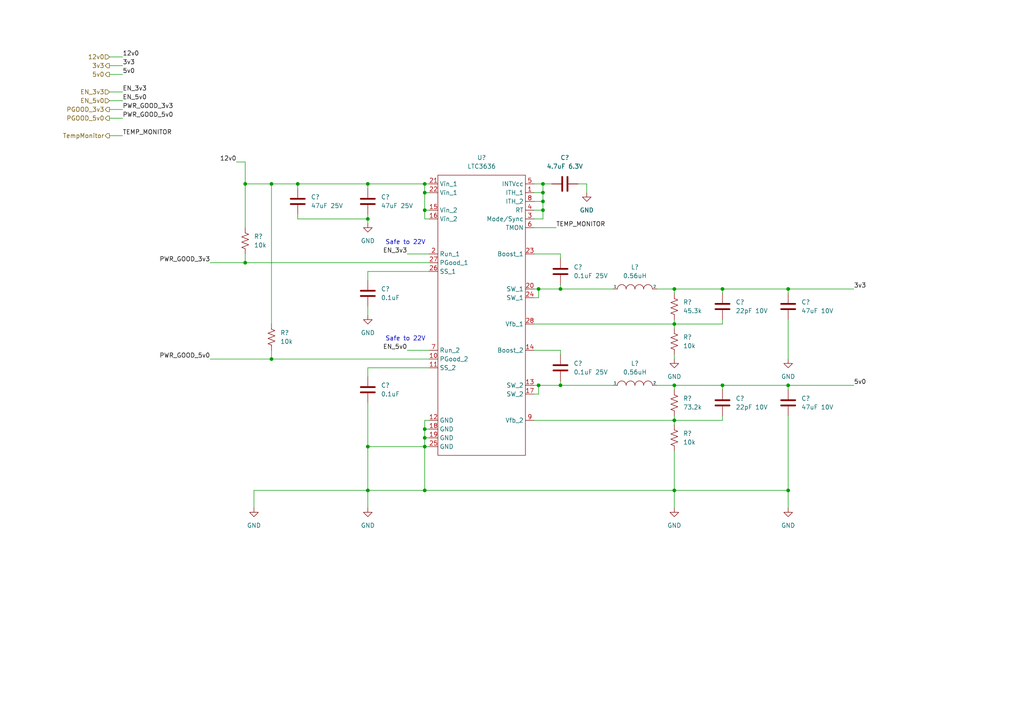
<source format=kicad_sch>
(kicad_sch (version 20210621) (generator eeschema)
  (paper "A4")
  (lib_symbols
    (symbol "Device:C" (pin_numbers hide) (pin_names (offset 0.254))
      (property "Reference" "C" (at 0.635 2.54 0))
      (property "Value" "C" (at 0.635 -2.54 0))
      (symbol "C_0_1"
        (polyline (pts (xy -2.032 -0.762) (xy 2.032 -0.762)) (stroke (width 0.508)))
        (polyline (pts (xy -2.032 0.762) (xy 2.032 0.762)) (stroke (width 0.508)))
      )
      (symbol "C_1_1"
        (pin passive line (at 0 3.81 270) (length 2.794) (name "~") (number "1"))
        (pin passive line (at 0 -3.81 90) (length 2.794) (name "~") (number "2"))
      )
    )
    (symbol "Device:R_US" (pin_numbers hide) (pin_names (offset 0))
      (property "Reference" "R" (at 2.54 0 90))
      (property "Value" "R_US" (at -2.54 0 90))
      (symbol "R_US_0_1"
        (polyline (pts (xy 0 -2.286) (xy 0 -2.54)))
        (polyline (pts (xy 0 2.286) (xy 0 2.54)))
        (polyline (pts (xy 0 -0.762) (xy 1.016 -1.143) (xy 0 -1.524) (xy -1.016 -1.905) (xy 0 -2.286)))
        (polyline (pts (xy 0 0.762) (xy 1.016 0.381) (xy 0 0) (xy -1.016 -0.381) (xy 0 -0.762)))
        (polyline (pts (xy 0 2.286) (xy 1.016 1.905) (xy 0 1.524) (xy -1.016 1.143) (xy 0 0.762)))
      )
      (symbol "R_US_1_1"
        (pin passive line (at 0 3.81 270) (length 1.27) (name "~") (number "1"))
        (pin passive line (at 0 -3.81 90) (length 1.27) (name "~") (number "2"))
      )
    )
    (symbol "ltc_regulators:LTC3636"
      (property "Reference" "U" (at -11.43 -41.91 0))
      (property "Value" "LTC3636" (at 0 41.91 0))
      (symbol "LTC3636_0_1"
        (rectangle (start -12.7 40.64) (end 12.7 -40.64) (stroke (width 0.1524)))
      )
      (symbol "LTC3636_1_1"
        (pin bidirectional line (at 15.24 35.56 180) (length 2.54) (name "ITH_1") (number "1"))
        (pin input line (at -15.24 -12.7 0) (length 2.54) (name "PGood_2") (number "10"))
        (pin input line (at -15.24 -15.24 0) (length 2.54) (name "SS_2") (number "11"))
        (pin power_in line (at -15.24 -30.48 0) (length 2.54) (name "GND") (number "12"))
        (pin power_out line (at 15.24 -20.32 180) (length 2.54) (name "SW_2") (number "13"))
        (pin bidirectional line (at 15.24 -10.16 180) (length 2.54) (name "Boost_2") (number "14"))
        (pin power_in line (at -15.24 30.48 0) (length 2.54) (name "Vin_2") (number "15"))
        (pin power_in line (at -15.24 27.94 0) (length 2.54) (name "Vin_2") (number "16"))
        (pin power_out line (at 15.24 -22.86 180) (length 2.54) (name "SW_2") (number "17"))
        (pin power_in line (at -15.24 -33.02 0) (length 2.54) (name "GND") (number "18"))
        (pin power_in line (at -15.24 -35.56 0) (length 2.54) (name "GND") (number "19"))
        (pin input line (at -15.24 17.78 0) (length 2.54) (name "Run_1") (number "2"))
        (pin power_out line (at 15.24 7.62 180) (length 2.54) (name "SW_1") (number "20"))
        (pin power_in line (at -15.24 38.1 0) (length 2.54) (name "Vin_1") (number "21"))
        (pin power_in line (at -15.24 35.56 0) (length 2.54) (name "Vin_1") (number "22"))
        (pin bidirectional line (at 15.24 17.78 180) (length 2.54) (name "Boost_1") (number "23"))
        (pin power_out line (at 15.24 5.08 180) (length 2.54) (name "SW_1") (number "24"))
        (pin power_in line (at -15.24 -38.1 0) (length 2.54) (name "GND") (number "25"))
        (pin input line (at -15.24 12.7 0) (length 2.54) (name "SS_1") (number "26"))
        (pin input line (at -15.24 15.24 0) (length 2.54) (name "PGood_1") (number "27"))
        (pin input line (at 15.24 -2.54 180) (length 2.54) (name "Vfb_1") (number "28"))
        (pin input line (at 15.24 27.94 180) (length 2.54) (name "Mode/Sync") (number "3"))
        (pin input line (at 15.24 30.48 180) (length 2.54) (name "RT") (number "4"))
        (pin power_out line (at 15.24 38.1 180) (length 2.54) (name "INTVcc") (number "5"))
        (pin output line (at 15.24 25.4 180) (length 2.54) (name "TMON") (number "6"))
        (pin input line (at -15.24 -10.16 0) (length 2.54) (name "Run_2") (number "7"))
        (pin bidirectional line (at 15.24 33.02 180) (length 2.54) (name "ITH_2") (number "8"))
        (pin output line (at 15.24 -30.48 180) (length 2.54) (name "Vfb_2") (number "9"))
      )
    )
    (symbol "power:GND" (power) (pin_names (offset 0))
      (property "Value" "GND" (at 0 -3.81 0))
      (symbol "GND_0_1"
        (polyline (pts (xy 0 0) (xy 0 -1.27) (xy 1.27 -1.27) (xy 0 -2.54) (xy -1.27 -1.27) (xy 0 -1.27)))
      )
      (symbol "GND_1_1"
        (pin power_in line (at 0 0 270) (length 0) hide (name "GND") (number "1"))
      )
    )
    (symbol "pspice:INDUCTOR" (pin_numbers hide) (pin_names (offset 0))
      (property "Reference" "L" (at 0 2.54 0))
      (property "Value" "INDUCTOR" (at 0 -1.27 0))
      (symbol "INDUCTOR_0_1"
        (arc (start -2.54 0) (end -5.08 0) (radius (at -3.81 0) (length 1.27) (angles 0.1 179.9)))
        (arc (start 0 0) (end -2.54 0) (radius (at -1.27 0) (length 1.27) (angles 0.1 179.9)))
        (arc (start 2.54 0) (end 0 0) (radius (at 1.27 0) (length 1.27) (angles 0.1 179.9)))
        (arc (start 5.08 0) (end 2.54 0) (radius (at 3.81 0) (length 1.27) (angles 0.1 179.9)))
      )
      (symbol "INDUCTOR_1_1"
        (pin input line (at -6.35 0 0) (length 1.27) (name "1") (number "1"))
        (pin input line (at 6.35 0 180) (length 1.27) (name "2") (number "2"))
      )
    )
  )
  (junction (at 71.12 53.34) (diameter 0.9144))
  (junction (at 71.12 76.2) (diameter 0.9144))
  (junction (at 78.74 53.34) (diameter 0.9144))
  (junction (at 78.74 104.14) (diameter 0.9144))
  (junction (at 86.36 53.34) (diameter 0.9144))
  (junction (at 106.68 53.34) (diameter 0.9144))
  (junction (at 106.68 63.5) (diameter 0.9144))
  (junction (at 106.68 129.54) (diameter 0.9144))
  (junction (at 106.68 142.24) (diameter 0.9144))
  (junction (at 123.19 53.34) (diameter 0.9144))
  (junction (at 123.19 55.88) (diameter 0.9144))
  (junction (at 123.19 60.96) (diameter 0.9144))
  (junction (at 123.19 124.46) (diameter 0.9144))
  (junction (at 123.19 127) (diameter 0.9144))
  (junction (at 123.19 129.54) (diameter 0.9144))
  (junction (at 123.19 142.24) (diameter 0.9144))
  (junction (at 156.21 83.82) (diameter 0.9144))
  (junction (at 156.21 111.76) (diameter 0.9144))
  (junction (at 157.48 53.34) (diameter 0.9144))
  (junction (at 157.48 55.88) (diameter 0.9144))
  (junction (at 157.48 58.42) (diameter 0.9144))
  (junction (at 157.48 60.96) (diameter 0.9144))
  (junction (at 162.56 83.82) (diameter 0.9144))
  (junction (at 162.56 111.76) (diameter 0.9144))
  (junction (at 195.58 83.82) (diameter 0.9144))
  (junction (at 195.58 93.98) (diameter 0.9144))
  (junction (at 195.58 111.76) (diameter 0.9144))
  (junction (at 195.58 121.92) (diameter 0.9144))
  (junction (at 195.58 142.24) (diameter 0.9144))
  (junction (at 209.55 83.82) (diameter 0.9144))
  (junction (at 209.55 111.76) (diameter 0.9144))
  (junction (at 228.6 83.82) (diameter 0.9144))
  (junction (at 228.6 111.76) (diameter 0.9144))
  (junction (at 228.6 142.24) (diameter 0.9144))
  (wire (pts (xy 31.75 16.51) (xy 35.56 16.51)))
  (wire (pts (xy 31.75 19.05) (xy 35.56 19.05)))
  (wire (pts (xy 31.75 21.59) (xy 35.56 21.59)))
  (wire (pts (xy 31.75 26.67) (xy 35.56 26.67)))
  (wire (pts (xy 31.75 29.21) (xy 35.56 29.21)))
  (wire (pts (xy 31.75 31.75) (xy 35.56 31.75)))
  (wire (pts (xy 31.75 34.29) (xy 35.56 34.29)))
  (wire (pts (xy 31.75 39.37) (xy 35.56 39.37)))
  (wire (pts (xy 60.96 76.2) (xy 71.12 76.2)))
  (wire (pts (xy 60.96 104.14) (xy 78.74 104.14)))
  (wire (pts (xy 68.58 46.99) (xy 71.12 46.99)))
  (wire (pts (xy 71.12 46.99) (xy 71.12 53.34)))
  (wire (pts (xy 71.12 53.34) (xy 71.12 66.04)))
  (wire (pts (xy 71.12 73.66) (xy 71.12 76.2)))
  (wire (pts (xy 71.12 76.2) (xy 124.46 76.2)))
  (wire (pts (xy 73.66 142.24) (xy 106.68 142.24)))
  (wire (pts (xy 73.66 147.32) (xy 73.66 142.24)))
  (wire (pts (xy 78.74 53.34) (xy 71.12 53.34)))
  (wire (pts (xy 78.74 53.34) (xy 78.74 93.98)))
  (wire (pts (xy 78.74 53.34) (xy 86.36 53.34)))
  (wire (pts (xy 78.74 101.6) (xy 78.74 104.14)))
  (wire (pts (xy 78.74 104.14) (xy 124.46 104.14)))
  (wire (pts (xy 86.36 53.34) (xy 86.36 54.61)))
  (wire (pts (xy 86.36 62.23) (xy 86.36 63.5)))
  (wire (pts (xy 86.36 63.5) (xy 106.68 63.5)))
  (wire (pts (xy 106.68 53.34) (xy 86.36 53.34)))
  (wire (pts (xy 106.68 53.34) (xy 106.68 54.61)))
  (wire (pts (xy 106.68 62.23) (xy 106.68 63.5)))
  (wire (pts (xy 106.68 63.5) (xy 106.68 64.77)))
  (wire (pts (xy 106.68 78.74) (xy 124.46 78.74)))
  (wire (pts (xy 106.68 81.28) (xy 106.68 78.74)))
  (wire (pts (xy 106.68 88.9) (xy 106.68 91.44)))
  (wire (pts (xy 106.68 106.68) (xy 124.46 106.68)))
  (wire (pts (xy 106.68 109.22) (xy 106.68 106.68)))
  (wire (pts (xy 106.68 116.84) (xy 106.68 129.54)))
  (wire (pts (xy 106.68 129.54) (xy 106.68 142.24)))
  (wire (pts (xy 106.68 129.54) (xy 123.19 129.54)))
  (wire (pts (xy 106.68 142.24) (xy 106.68 147.32)))
  (wire (pts (xy 118.11 73.66) (xy 124.46 73.66)))
  (wire (pts (xy 118.11 101.6) (xy 124.46 101.6)))
  (wire (pts (xy 123.19 53.34) (xy 106.68 53.34)))
  (wire (pts (xy 123.19 53.34) (xy 124.46 53.34)))
  (wire (pts (xy 123.19 55.88) (xy 123.19 53.34)))
  (wire (pts (xy 123.19 55.88) (xy 124.46 55.88)))
  (wire (pts (xy 123.19 60.96) (xy 123.19 55.88)))
  (wire (pts (xy 123.19 60.96) (xy 124.46 60.96)))
  (wire (pts (xy 123.19 63.5) (xy 123.19 60.96)))
  (wire (pts (xy 123.19 121.92) (xy 123.19 124.46)))
  (wire (pts (xy 123.19 124.46) (xy 123.19 127)))
  (wire (pts (xy 123.19 124.46) (xy 124.46 124.46)))
  (wire (pts (xy 123.19 127) (xy 123.19 129.54)))
  (wire (pts (xy 123.19 127) (xy 124.46 127)))
  (wire (pts (xy 123.19 129.54) (xy 123.19 142.24)))
  (wire (pts (xy 123.19 129.54) (xy 124.46 129.54)))
  (wire (pts (xy 123.19 142.24) (xy 106.68 142.24)))
  (wire (pts (xy 123.19 142.24) (xy 195.58 142.24)))
  (wire (pts (xy 124.46 63.5) (xy 123.19 63.5)))
  (wire (pts (xy 124.46 121.92) (xy 123.19 121.92)))
  (wire (pts (xy 154.94 55.88) (xy 157.48 55.88)))
  (wire (pts (xy 154.94 58.42) (xy 157.48 58.42)))
  (wire (pts (xy 154.94 60.96) (xy 157.48 60.96)))
  (wire (pts (xy 154.94 63.5) (xy 157.48 63.5)))
  (wire (pts (xy 154.94 66.04) (xy 161.29 66.04)))
  (wire (pts (xy 154.94 73.66) (xy 162.56 73.66)))
  (wire (pts (xy 154.94 83.82) (xy 156.21 83.82)))
  (wire (pts (xy 154.94 86.36) (xy 156.21 86.36)))
  (wire (pts (xy 154.94 93.98) (xy 195.58 93.98)))
  (wire (pts (xy 154.94 101.6) (xy 162.56 101.6)))
  (wire (pts (xy 154.94 111.76) (xy 156.21 111.76)))
  (wire (pts (xy 154.94 114.3) (xy 156.21 114.3)))
  (wire (pts (xy 154.94 121.92) (xy 195.58 121.92)))
  (wire (pts (xy 156.21 83.82) (xy 162.56 83.82)))
  (wire (pts (xy 156.21 86.36) (xy 156.21 83.82)))
  (wire (pts (xy 156.21 111.76) (xy 156.21 114.3)))
  (wire (pts (xy 156.21 111.76) (xy 162.56 111.76)))
  (wire (pts (xy 157.48 53.34) (xy 154.94 53.34)))
  (wire (pts (xy 157.48 53.34) (xy 160.02 53.34)))
  (wire (pts (xy 157.48 55.88) (xy 157.48 53.34)))
  (wire (pts (xy 157.48 58.42) (xy 157.48 55.88)))
  (wire (pts (xy 157.48 60.96) (xy 157.48 58.42)))
  (wire (pts (xy 157.48 63.5) (xy 157.48 60.96)))
  (wire (pts (xy 162.56 73.66) (xy 162.56 74.93)))
  (wire (pts (xy 162.56 83.82) (xy 162.56 82.55)))
  (wire (pts (xy 162.56 83.82) (xy 177.8 83.82)))
  (wire (pts (xy 162.56 101.6) (xy 162.56 102.87)))
  (wire (pts (xy 162.56 111.76) (xy 162.56 110.49)))
  (wire (pts (xy 162.56 111.76) (xy 177.8 111.76)))
  (wire (pts (xy 167.64 53.34) (xy 170.18 53.34)))
  (wire (pts (xy 170.18 53.34) (xy 170.18 55.88)))
  (wire (pts (xy 190.5 83.82) (xy 195.58 83.82)))
  (wire (pts (xy 190.5 111.76) (xy 195.58 111.76)))
  (wire (pts (xy 195.58 83.82) (xy 195.58 85.09)))
  (wire (pts (xy 195.58 92.71) (xy 195.58 93.98)))
  (wire (pts (xy 195.58 93.98) (xy 195.58 95.25)))
  (wire (pts (xy 195.58 102.87) (xy 195.58 104.14)))
  (wire (pts (xy 195.58 111.76) (xy 195.58 113.03)))
  (wire (pts (xy 195.58 111.76) (xy 209.55 111.76)))
  (wire (pts (xy 195.58 120.65) (xy 195.58 121.92)))
  (wire (pts (xy 195.58 121.92) (xy 195.58 123.19)))
  (wire (pts (xy 195.58 121.92) (xy 209.55 121.92)))
  (wire (pts (xy 195.58 142.24) (xy 195.58 130.81)))
  (wire (pts (xy 195.58 142.24) (xy 195.58 147.32)))
  (wire (pts (xy 195.58 142.24) (xy 228.6 142.24)))
  (wire (pts (xy 209.55 83.82) (xy 195.58 83.82)))
  (wire (pts (xy 209.55 83.82) (xy 228.6 83.82)))
  (wire (pts (xy 209.55 85.09) (xy 209.55 83.82)))
  (wire (pts (xy 209.55 92.71) (xy 209.55 93.98)))
  (wire (pts (xy 209.55 93.98) (xy 195.58 93.98)))
  (wire (pts (xy 209.55 111.76) (xy 228.6 111.76)))
  (wire (pts (xy 209.55 113.03) (xy 209.55 111.76)))
  (wire (pts (xy 209.55 120.65) (xy 209.55 121.92)))
  (wire (pts (xy 228.6 83.82) (xy 247.65 83.82)))
  (wire (pts (xy 228.6 85.09) (xy 228.6 83.82)))
  (wire (pts (xy 228.6 92.71) (xy 228.6 104.14)))
  (wire (pts (xy 228.6 111.76) (xy 228.6 113.03)))
  (wire (pts (xy 228.6 111.76) (xy 247.65 111.76)))
  (wire (pts (xy 228.6 142.24) (xy 228.6 120.65)))
  (wire (pts (xy 228.6 142.24) (xy 228.6 147.32)))
  (text "Safe to 22V" (at 111.76 71.12 0) (effects (font (size 1.27 1.27)) (justify left bottom)))
  (text "Safe to 22V" (at 111.76 99.06 0) (effects (font (size 1.27 1.27)) (justify left bottom)))
  (label "12v0" (at 35.56 16.51 0))
  (label "3v3" (at 35.56 19.05 0))
  (label "5v0" (at 35.56 21.59 0))
  (label "EN_3v3" (at 35.56 26.67 0))
  (label "EN_5v0" (at 35.56 29.21 0))
  (label "PWR_GOOD_3v3" (at 35.56 31.75 0))
  (label "PWR_GOOD_5v0" (at 35.56 34.29 0))
  (label "TEMP_MONITOR" (at 35.56 39.37 0))
  (label "PWR_GOOD_3v3" (at 60.96 76.2 180))
  (label "PWR_GOOD_5v0" (at 60.96 104.14 180))
  (label "12v0" (at 68.58 46.99 180))
  (label "EN_3v3" (at 118.11 73.66 180))
  (label "EN_5v0" (at 118.11 101.6 180))
  (label "TEMP_MONITOR" (at 161.29 66.04 0))
  (label "3v3" (at 247.65 83.82 0))
  (label "5v0" (at 247.65 111.76 0))
  (hierarchical_label "12v0" (shape input) (at 31.75 16.51 180))
  (hierarchical_label "3v3" (shape output) (at 31.75 19.05 180))
  (hierarchical_label "5v0" (shape output) (at 31.75 21.59 180))
  (hierarchical_label "EN_3v3" (shape input) (at 31.75 26.67 180))
  (hierarchical_label "EN_5v0" (shape input) (at 31.75 29.21 180))
  (hierarchical_label "PGOOD_3v3" (shape output) (at 31.75 31.75 180))
  (hierarchical_label "PGOOD_5v0" (shape output) (at 31.75 34.29 180))
  (hierarchical_label "TempMonitor" (shape output) (at 31.75 39.37 180))
  (symbol (lib_id "power:GND") (at 73.66 147.32 0) (unit 1)
    (property "Reference" "#PWR?" (effects hide))
    (property "Value" "GND" (at 73.66 152.4 0))
  )
  (symbol (lib_id "power:GND") (at 106.68 64.77 0) (unit 1)
    (property "Reference" "#PWR?" (effects hide))
    (property "Value" "GND" (at 106.68 69.85 0))
  )
  (symbol (lib_id "power:GND") (at 106.68 91.44 0) (unit 1)
    (property "Reference" "#PWR?" (effects hide))
    (property "Value" "GND" (at 106.68 96.52 0))
  )
  (symbol (lib_id "power:GND") (at 106.68 147.32 0) (unit 1)
    (property "Reference" "#PWR?" (effects hide))
    (property "Value" "GND" (at 106.68 152.4 0))
  )
  (symbol (lib_id "power:GND") (at 170.18 55.88 0) (unit 1)
    (property "Reference" "#PWR?" (effects hide))
    (property "Value" "GND" (at 170.18 60.96 0))
  )
  (symbol (lib_id "power:GND") (at 195.58 104.14 0) (unit 1)
    (property "Reference" "#PWR?" (effects hide))
    (property "Value" "GND" (at 195.58 109.22 0))
  )
  (symbol (lib_id "power:GND") (at 195.58 147.32 0) (unit 1)
    (property "Reference" "#PWR?" (effects hide))
    (property "Value" "GND" (at 195.58 152.4 0))
  )
  (symbol (lib_id "power:GND") (at 228.6 104.14 0) (unit 1)
    (property "Reference" "#PWR?" (effects hide))
    (property "Value" "GND" (at 228.6 109.22 0))
  )
  (symbol (lib_id "power:GND") (at 228.6 147.32 0) (unit 1)
    (property "Reference" "#PWR?" (effects hide))
    (property "Value" "GND" (at 228.6 152.4 0))
  )
  (symbol (lib_id "Device:R_US") (at 71.12 69.85 180) (unit 1)
    (property "Reference" "R?" (at 73.66 68.5799 0) (effects (justify right)))
    (property "Value" "10k" (at 73.66 71.1199 0) (effects (justify right)))
  )
  (symbol (lib_id "Device:R_US") (at 78.74 97.79 180) (unit 1)
    (property "Reference" "R?" (at 81.28 96.5199 0) (effects (justify right)))
    (property "Value" "10k" (at 81.28 99.0599 0) (effects (justify right)))
  )
  (symbol (lib_id "Device:R_US") (at 195.58 88.9 0) (unit 1)
    (property "Reference" "R?" (at 198.12 87.6299 0) (effects (justify left)))
    (property "Value" "45.3k" (at 198.12 90.1699 0) (effects (justify left)))
  )
  (symbol (lib_id "Device:R_US") (at 195.58 99.06 0) (unit 1)
    (property "Reference" "R?" (at 198.12 97.7899 0) (effects (justify left)))
    (property "Value" "10k" (at 198.12 100.3299 0) (effects (justify left)))
  )
  (symbol (lib_id "Device:R_US") (at 195.58 116.84 0) (unit 1)
    (property "Reference" "R?" (at 198.12 115.5699 0) (effects (justify left)))
    (property "Value" "73.2k" (at 198.12 118.1099 0) (effects (justify left)))
  )
  (symbol (lib_id "Device:R_US") (at 195.58 127 0) (unit 1)
    (property "Reference" "R?" (at 198.12 125.7299 0) (effects (justify left)))
    (property "Value" "10k" (at 198.12 128.2699 0) (effects (justify left)))
  )
  (symbol (lib_id "pspice:INDUCTOR") (at 184.15 83.82 0) (unit 1)
    (property "Reference" "L?" (at 184.15 77.47 0))
    (property "Value" "0.56uH" (at 184.15 80.01 0))
    (property "Datasheet" "https://www.digikey.com/en/products/detail/bourns-inc/SRP3012TA-R56M/9350989" (effects hide))
  )
  (symbol (lib_id "pspice:INDUCTOR") (at 184.15 111.76 0) (unit 1)
    (property "Reference" "L?" (at 184.15 105.41 0))
    (property "Value" "0.56uH" (at 184.15 107.95 0))
    (property "Datasheet" "https://www.digikey.com/en/products/detail/bourns-inc/SRP3012TA-R56M/9350989" (effects hide))
  )
  (symbol (lib_id "Device:C") (at 86.36 58.42 0) (unit 1)
    (property "Reference" "C?" (at 90.17 57.1499 0) (effects (justify left)))
    (property "Value" "47uF 25V" (at 90.17 59.6899 0) (effects (justify left)))
  )
  (symbol (lib_id "Device:C") (at 106.68 58.42 0) (unit 1)
    (property "Reference" "C?" (at 110.49 57.1499 0) (effects (justify left)))
    (property "Value" "47uF 25V" (at 110.49 59.6899 0) (effects (justify left)))
  )
  (symbol (lib_id "Device:C") (at 106.68 85.09 0) (unit 1)
    (property "Reference" "C?" (at 110.49 83.8199 0) (effects (justify left)))
    (property "Value" "0.1uF" (at 110.49 86.3599 0) (effects (justify left)))
  )
  (symbol (lib_id "Device:C") (at 106.68 113.03 0) (unit 1)
    (property "Reference" "C?" (at 110.49 111.7599 0) (effects (justify left)))
    (property "Value" "0.1uF" (at 110.49 114.2999 0) (effects (justify left)))
  )
  (symbol (lib_id "Device:C") (at 162.56 78.74 0) (unit 1)
    (property "Reference" "C?" (at 166.37 77.4699 0) (effects (justify left)))
    (property "Value" "0.1uF 25V" (at 166.37 80.0099 0) (effects (justify left)))
  )
  (symbol (lib_id "Device:C") (at 162.56 106.68 0) (unit 1)
    (property "Reference" "C?" (at 166.37 105.4099 0) (effects (justify left)))
    (property "Value" "0.1uF 25V" (at 166.37 107.9499 0) (effects (justify left)))
  )
  (symbol (lib_id "Device:C") (at 163.83 53.34 90) (unit 1)
    (property "Reference" "C?" (at 163.83 45.72 90))
    (property "Value" "4.7uF 6.3V" (at 163.83 48.26 90))
  )
  (symbol (lib_id "Device:C") (at 209.55 88.9 0) (unit 1)
    (property "Reference" "C?" (at 213.36 87.6299 0) (effects (justify left)))
    (property "Value" "22pF 10V" (at 213.36 90.1699 0) (effects (justify left)))
  )
  (symbol (lib_id "Device:C") (at 209.55 116.84 0) (unit 1)
    (property "Reference" "C?" (at 213.36 115.5699 0) (effects (justify left)))
    (property "Value" "22pF 10V" (at 213.36 118.1099 0) (effects (justify left)))
  )
  (symbol (lib_id "Device:C") (at 228.6 88.9 0) (unit 1)
    (property "Reference" "C?" (at 232.41 87.6299 0) (effects (justify left)))
    (property "Value" "47uF 10V" (at 232.41 90.1699 0) (effects (justify left)))
  )
  (symbol (lib_id "Device:C") (at 228.6 116.84 0) (unit 1)
    (property "Reference" "C?" (at 232.41 115.5699 0) (effects (justify left)))
    (property "Value" "47uF 10V" (at 232.41 118.1099 0) (effects (justify left)))
  )
  (symbol (lib_id "ltc_regulators:LTC3636") (at 139.7 91.44 0) (unit 1)
    (property "Reference" "U?" (at 139.7 45.72 0))
    (property "Value" "LTC3636" (at 139.7 48.26 0))
    (property "Datasheet" "https://www.digikey.com/en/products/detail/analog-devices-inc/LTC3636IUFD-TRPBF/7423151" (effects hide))
  )
)
</source>
